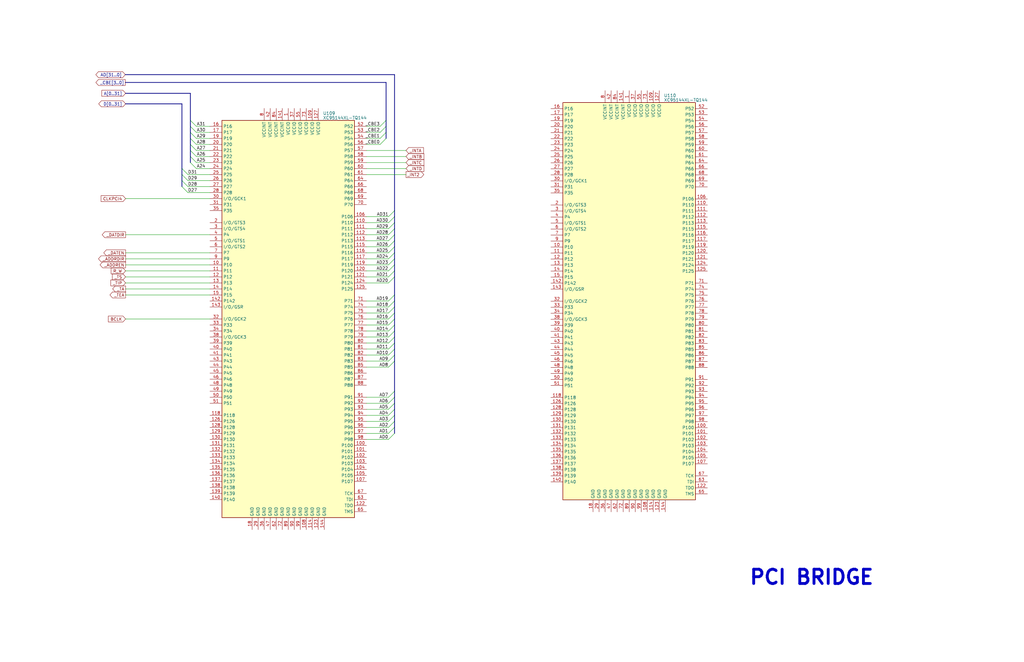
<source format=kicad_sch>
(kicad_sch (version 20230121) (generator eeschema)
  (paper "B")
  (title_block (title "AMIGA PCI") (date "2023-05-28") (rev "1"))
  (lib_symbols
    (symbol "CPLD_Xilinx:XC95144XL-TQ144"
      (property "Reference" "U" (at -27.94 85.09 0))
      (property "Value" "XC95144XL-TQ144" (at -27.94 -85.09 0))
      (symbol "XC95144XL-TQ144_1_1"
        (rectangle (start -27.94 83.82) (end 27.94 -83.82) (stroke (width 0.254)) (fill (type background)))
        (pin power_in line (at 0 88.9 270) (length 5.08) (name "VCCIO") (number "1"))
        (pin bidirectional line (at -33.02 22.86 0) (length 5.08) (name "P10") (number "10"))
        (pin bidirectional line (at 33.02 -53.34 180) (length 5.08) (name "P100") (number "100"))
        (pin bidirectional line (at 33.02 -55.88 180) (length 5.08) (name "P101") (number "101"))
        (pin bidirectional line (at 33.02 -58.42 180) (length 5.08) (name "P102") (number "102"))
        (pin bidirectional line (at 33.02 -60.96 180) (length 5.08) (name "P103") (number "103"))
        (pin bidirectional line (at 33.02 -63.5 180) (length 5.08) (name "P104") (number "104"))
        (pin bidirectional line (at 33.02 -66.04 180) (length 5.08) (name "P105") (number "105"))
        (pin bidirectional line (at 33.02 43.18 180) (length 5.08) (name "P106") (number "106"))
        (pin bidirectional line (at 33.02 -68.58 180) (length 5.08) (name "P107") (number "107"))
        (pin power_in line (at 7.62 -88.9 90) (length 5.08) (name "GND") (number "108"))
        (pin power_in line (at 10.16 88.9 270) (length 5.08) (name "VCCIO") (number "109"))
        (pin bidirectional line (at -33.02 20.32 0) (length 5.08) (name "P11") (number "11"))
        (pin bidirectional line (at 33.02 40.64 180) (length 5.08) (name "P110") (number "110"))
        (pin bidirectional line (at 33.02 38.1 180) (length 5.08) (name "P111") (number "111"))
        (pin bidirectional line (at 33.02 35.56 180) (length 5.08) (name "P112") (number "112"))
        (pin bidirectional line (at 33.02 33.02 180) (length 5.08) (name "P113") (number "113"))
        (pin power_in line (at 10.16 -88.9 90) (length 5.08) (name "GND") (number "114"))
        (pin bidirectional line (at 33.02 30.48 180) (length 5.08) (name "P115") (number "115"))
        (pin bidirectional line (at 33.02 27.94 180) (length 5.08) (name "P116") (number "116"))
        (pin bidirectional line (at 33.02 25.4 180) (length 5.08) (name "P117") (number "117"))
        (pin bidirectional line (at -33.02 -40.64 0) (length 5.08) (name "P118") (number "118"))
        (pin bidirectional line (at 33.02 22.86 180) (length 5.08) (name "P119") (number "119"))
        (pin bidirectional line (at -33.02 17.78 0) (length 5.08) (name "P12") (number "12"))
        (pin bidirectional line (at 33.02 20.32 180) (length 5.08) (name "P120") (number "120"))
        (pin bidirectional line (at 33.02 17.78 180) (length 5.08) (name "P121") (number "121"))
        (pin bidirectional line (at 33.02 -78.74 180) (length 5.08) (name "TDO") (number "122"))
        (pin power_in line (at 12.7 -88.9 90) (length 5.08) (name "GND") (number "123"))
        (pin bidirectional line (at 33.02 15.24 180) (length 5.08) (name "P124") (number "124"))
        (pin bidirectional line (at 33.02 12.7 180) (length 5.08) (name "P125") (number "125"))
        (pin bidirectional line (at -33.02 -43.18 0) (length 5.08) (name "P126") (number "126"))
        (pin power_in line (at 12.7 88.9 270) (length 5.08) (name "VCCIO") (number "127"))
        (pin bidirectional line (at -33.02 -45.72 0) (length 5.08) (name "P128") (number "128"))
        (pin bidirectional line (at -33.02 -48.26 0) (length 5.08) (name "P129") (number "129"))
        (pin bidirectional line (at -33.02 15.24 0) (length 5.08) (name "P13") (number "13"))
        (pin bidirectional line (at -33.02 -50.8 0) (length 5.08) (name "P130") (number "130"))
        (pin bidirectional line (at -33.02 -53.34 0) (length 5.08) (name "P131") (number "131"))
        (pin bidirectional line (at -33.02 -55.88 0) (length 5.08) (name "P132") (number "132"))
        (pin bidirectional line (at -33.02 -58.42 0) (length 5.08) (name "P133") (number "133"))
        (pin bidirectional line (at -33.02 -60.96 0) (length 5.08) (name "P134") (number "134"))
        (pin bidirectional line (at -33.02 -63.5 0) (length 5.08) (name "P135") (number "135"))
        (pin bidirectional line (at -33.02 -66.04 0) (length 5.08) (name "P136") (number "136"))
        (pin bidirectional line (at -33.02 -68.58 0) (length 5.08) (name "P137") (number "137"))
        (pin bidirectional line (at -33.02 -71.12 0) (length 5.08) (name "P138") (number "138"))
        (pin bidirectional line (at -33.02 -73.66 0) (length 5.08) (name "P139") (number "139"))
        (pin bidirectional line (at -33.02 12.7 0) (length 5.08) (name "P14") (number "14"))
        (pin bidirectional line (at -33.02 -76.2 0) (length 5.08) (name "P140") (number "140"))
        (pin power_in line (at -2.54 88.9 270) (length 5.08) (name "VCCINT") (number "141"))
        (pin bidirectional line (at -33.02 7.62 0) (length 5.08) (name "P142") (number "142"))
        (pin bidirectional line (at -33.02 5.08 0) (length 5.08) (name "I/O/GSR") (number "143"))
        (pin power_in line (at 15.24 -88.9 90) (length 5.08) (name "GND") (number "144"))
        (pin bidirectional line (at -33.02 10.16 0) (length 5.08) (name "P15") (number "15"))
        (pin bidirectional line (at -33.02 81.28 0) (length 5.08) (name "P16") (number "16"))
        (pin bidirectional line (at -33.02 78.74 0) (length 5.08) (name "P17") (number "17"))
        (pin power_in line (at -15.24 -88.9 90) (length 5.08) (name "GND") (number "18"))
        (pin bidirectional line (at -33.02 76.2 0) (length 5.08) (name "P19") (number "19"))
        (pin bidirectional line (at -33.02 40.64 0) (length 5.08) (name "I/O/GTS3") (number "2"))
        (pin bidirectional line (at -33.02 73.66 0) (length 5.08) (name "P20") (number "20"))
        (pin bidirectional line (at -33.02 71.12 0) (length 5.08) (name "P21") (number "21"))
        (pin bidirectional line (at -33.02 68.58 0) (length 5.08) (name "P22") (number "22"))
        (pin bidirectional line (at -33.02 66.04 0) (length 5.08) (name "P23") (number "23"))
        (pin bidirectional line (at -33.02 63.5 0) (length 5.08) (name "P24") (number "24"))
        (pin bidirectional line (at -33.02 60.96 0) (length 5.08) (name "P25") (number "25"))
        (pin bidirectional line (at -33.02 58.42 0) (length 5.08) (name "P26") (number "26"))
        (pin bidirectional line (at -33.02 55.88 0) (length 5.08) (name "P27") (number "27"))
        (pin bidirectional line (at -33.02 53.34 0) (length 5.08) (name "P28") (number "28"))
        (pin power_in line (at -12.7 -88.9 90) (length 5.08) (name "GND") (number "29"))
        (pin bidirectional line (at -33.02 38.1 0) (length 5.08) (name "I/O/GTS4") (number "3"))
        (pin bidirectional line (at -33.02 50.8 0) (length 5.08) (name "I/O/GCK1") (number "30"))
        (pin bidirectional line (at -33.02 48.26 0) (length 5.08) (name "P31") (number "31"))
        (pin bidirectional line (at -33.02 0 0) (length 5.08) (name "I/O/GCK2") (number "32"))
        (pin bidirectional line (at -33.02 -2.54 0) (length 5.08) (name "P33") (number "33"))
        (pin bidirectional line (at -33.02 -5.08 0) (length 5.08) (name "P34") (number "34"))
        (pin bidirectional line (at -33.02 45.72 0) (length 5.08) (name "P35") (number "35"))
        (pin power_in line (at -10.16 -88.9 90) (length 5.08) (name "GND") (number "36"))
        (pin power_in line (at 2.54 88.9 270) (length 5.08) (name "VCCIO") (number "37"))
        (pin bidirectional line (at -33.02 -7.62 0) (length 5.08) (name "I/O/GCK3") (number "38"))
        (pin bidirectional line (at -33.02 -10.16 0) (length 5.08) (name "P39") (number "39"))
        (pin bidirectional line (at -33.02 35.56 0) (length 5.08) (name "P4") (number "4"))
        (pin bidirectional line (at -33.02 -12.7 0) (length 5.08) (name "P40") (number "40"))
        (pin bidirectional line (at -33.02 -15.24 0) (length 5.08) (name "P41") (number "41"))
        (pin power_in line (at -7.62 88.9 270) (length 5.08) (name "VCCINT") (number "42"))
        (pin bidirectional line (at -33.02 -17.78 0) (length 5.08) (name "P43") (number "43"))
        (pin bidirectional line (at -33.02 -20.32 0) (length 5.08) (name "P44") (number "44"))
        (pin bidirectional line (at -33.02 -22.86 0) (length 5.08) (name "P45") (number "45"))
        (pin bidirectional line (at -33.02 -25.4 0) (length 5.08) (name "P46") (number "46"))
        (pin power_in line (at -7.62 -88.9 90) (length 5.08) (name "GND") (number "47"))
        (pin bidirectional line (at -33.02 -27.94 0) (length 5.08) (name "P48") (number "48"))
        (pin bidirectional line (at -33.02 -30.48 0) (length 5.08) (name "P49") (number "49"))
        (pin bidirectional line (at -33.02 33.02 0) (length 5.08) (name "I/O/GTS1") (number "5"))
        (pin bidirectional line (at -33.02 -33.02 0) (length 5.08) (name "P50") (number "50"))
        (pin bidirectional line (at -33.02 -35.56 0) (length 5.08) (name "P51") (number "51"))
        (pin bidirectional line (at 33.02 81.28 180) (length 5.08) (name "P52") (number "52"))
        (pin bidirectional line (at 33.02 78.74 180) (length 5.08) (name "P53") (number "53"))
        (pin bidirectional line (at 33.02 76.2 180) (length 5.08) (name "P54") (number "54"))
        (pin power_in line (at 5.08 88.9 270) (length 5.08) (name "VCCIO") (number "55"))
        (pin bidirectional line (at 33.02 73.66 180) (length 5.08) (name "P56") (number "56"))
        (pin bidirectional line (at 33.02 71.12 180) (length 5.08) (name "P57") (number "57"))
        (pin bidirectional line (at 33.02 68.58 180) (length 5.08) (name "P58") (number "58"))
        (pin bidirectional line (at 33.02 66.04 180) (length 5.08) (name "P59") (number "59"))
        (pin bidirectional line (at -33.02 30.48 0) (length 5.08) (name "I/O/GTS2") (number "6"))
        (pin bidirectional line (at 33.02 63.5 180) (length 5.08) (name "P60") (number "60"))
        (pin bidirectional line (at 33.02 60.96 180) (length 5.08) (name "P61") (number "61"))
        (pin power_in line (at -5.08 -88.9 90) (length 5.08) (name "GND") (number "62"))
        (pin bidirectional line (at 33.02 -76.2 180) (length 5.08) (name "TDI") (number "63"))
        (pin bidirectional line (at 33.02 58.42 180) (length 5.08) (name "P64") (number "64"))
        (pin bidirectional line (at 33.02 -81.28 180) (length 5.08) (name "TMS") (number "65"))
        (pin bidirectional line (at 33.02 55.88 180) (length 5.08) (name "P66") (number "66"))
        (pin bidirectional line (at 33.02 -73.66 180) (length 5.08) (name "TCK") (number "67"))
        (pin bidirectional line (at 33.02 53.34 180) (length 5.08) (name "P68") (number "68"))
        (pin bidirectional line (at 33.02 50.8 180) (length 5.08) (name "P69") (number "69"))
        (pin bidirectional line (at -33.02 27.94 0) (length 5.08) (name "P7") (number "7"))
        (pin bidirectional line (at 33.02 48.26 180) (length 5.08) (name "P70") (number "70"))
        (pin bidirectional line (at 33.02 7.62 180) (length 5.08) (name "P71") (number "71"))
        (pin power_in line (at -2.54 -88.9 90) (length 5.08) (name "GND") (number "72"))
        (pin power_in line (at 7.62 88.9 270) (length 5.08) (name "VCCIO") (number "73"))
        (pin bidirectional line (at 33.02 5.08 180) (length 5.08) (name "P74") (number "74"))
        (pin bidirectional line (at 33.02 2.54 180) (length 5.08) (name "P75") (number "75"))
        (pin bidirectional line (at 33.02 0 180) (length 5.08) (name "P76") (number "76"))
        (pin bidirectional line (at 33.02 -2.54 180) (length 5.08) (name "P77") (number "77"))
        (pin bidirectional line (at 33.02 -5.08 180) (length 5.08) (name "P78") (number "78"))
        (pin bidirectional line (at 33.02 -7.62 180) (length 5.08) (name "P79") (number "79"))
        (pin power_in line (at -10.16 88.9 270) (length 5.08) (name "VCCINT") (number "8"))
        (pin bidirectional line (at 33.02 -10.16 180) (length 5.08) (name "P80") (number "80"))
        (pin bidirectional line (at 33.02 -12.7 180) (length 5.08) (name "P81") (number "81"))
        (pin bidirectional line (at 33.02 -15.24 180) (length 5.08) (name "P82") (number "82"))
        (pin bidirectional line (at 33.02 -17.78 180) (length 5.08) (name "P83") (number "83"))
        (pin power_in line (at -5.08 88.9 270) (length 5.08) (name "VCCINT") (number "84"))
        (pin bidirectional line (at 33.02 -20.32 180) (length 5.08) (name "P85") (number "85"))
        (pin bidirectional line (at 33.02 -22.86 180) (length 5.08) (name "P86") (number "86"))
        (pin bidirectional line (at 33.02 -25.4 180) (length 5.08) (name "P87") (number "87"))
        (pin bidirectional line (at 33.02 -27.94 180) (length 5.08) (name "P88") (number "88"))
        (pin power_in line (at 0 -88.9 90) (length 5.08) (name "GND") (number "89"))
        (pin bidirectional line (at -33.02 25.4 0) (length 5.08) (name "P9") (number "9"))
        (pin power_in line (at 2.54 -88.9 90) (length 5.08) (name "GND") (number "90"))
        (pin bidirectional line (at 33.02 -33.02 180) (length 5.08) (name "P91") (number "91"))
        (pin bidirectional line (at 33.02 -35.56 180) (length 5.08) (name "P92") (number "92"))
        (pin bidirectional line (at 33.02 -38.1 180) (length 5.08) (name "P93") (number "93"))
        (pin bidirectional line (at 33.02 -40.64 180) (length 5.08) (name "P94") (number "94"))
        (pin bidirectional line (at 33.02 -43.18 180) (length 5.08) (name "P95") (number "95"))
        (pin bidirectional line (at 33.02 -45.72 180) (length 5.08) (name "P96") (number "96"))
        (pin bidirectional line (at 33.02 -48.26 180) (length 5.08) (name "P97") (number "97"))
        (pin bidirectional line (at 33.02 -50.8 180) (length 5.08) (name "P98") (number "98"))
        (pin power_in line (at 5.08 -88.9 90) (length 5.08) (name "GND") (number "99"))
      )
    )
  )
  (bus_entry (at 166.37 132.08) (size -2.54 2.54))
  (bus_entry (at 166.37 144.78) (size -2.54 2.54))
  (bus_entry (at 76.708 78.74) (size 2.54 2.54))
  (bus_entry (at 76.708 71.12) (size 2.54 2.54))
  (bus_entry (at 166.37 170.18) (size -2.54 2.54))
  (bus_entry (at 166.37 104.14) (size -2.54 2.54))
  (bus_entry (at 80.264 68.58) (size 2.54 2.54))
  (bus_entry (at 166.37 93.98) (size -2.54 2.54))
  (bus_entry (at 80.264 58.42) (size 2.54 2.54))
  (bus_entry (at 166.37 101.6) (size -2.54 2.54))
  (bus_entry (at 166.37 142.24) (size -2.54 2.54))
  (bus_entry (at 166.37 124.46) (size -2.54 2.54))
  (bus_entry (at 166.37 165.1) (size -2.54 2.54))
  (bus_entry (at 166.37 91.44) (size -2.54 2.54))
  (bus_entry (at 166.37 175.26) (size -2.54 2.54))
  (bus_entry (at 166.37 147.32) (size -2.54 2.54))
  (bus_entry (at 166.37 177.8) (size -2.54 2.54))
  (bus_entry (at 166.37 129.54) (size -2.54 2.54))
  (bus_entry (at 166.37 149.86) (size -2.54 2.54))
  (bus_entry (at 80.264 55.88) (size 2.54 2.54))
  (bus_entry (at 166.37 139.7) (size -2.54 2.54))
  (bus_entry (at 166.37 116.84) (size -2.54 2.54))
  (bus_entry (at 162.814 58.42) (size -2.54 2.54))
  (bus_entry (at 166.37 96.52) (size -2.54 2.54))
  (bus_entry (at 166.37 109.22) (size -2.54 2.54))
  (bus_entry (at 166.37 88.9) (size -2.54 2.54))
  (bus_entry (at 166.37 134.62) (size -2.54 2.54))
  (bus_entry (at 166.37 137.16) (size -2.54 2.54))
  (bus_entry (at 166.37 114.3) (size -2.54 2.54))
  (bus_entry (at 166.37 180.34) (size -2.54 2.54))
  (bus_entry (at 80.264 63.5) (size 2.54 2.54))
  (bus_entry (at 76.708 76.2) (size 2.54 2.54))
  (bus_entry (at 166.37 127) (size -2.54 2.54))
  (bus_entry (at 166.37 182.88) (size -2.54 2.54))
  (bus_entry (at 166.37 99.06) (size -2.54 2.54))
  (bus_entry (at 162.814 50.8) (size -2.54 2.54))
  (bus_entry (at 80.264 66.04) (size 2.54 2.54))
  (bus_entry (at 166.37 167.64) (size -2.54 2.54))
  (bus_entry (at 166.37 111.76) (size -2.54 2.54))
  (bus_entry (at 166.37 172.72) (size -2.54 2.54))
  (bus_entry (at 76.708 73.66) (size 2.54 2.54))
  (bus_entry (at 166.37 106.68) (size -2.54 2.54))
  (bus_entry (at 162.814 55.88) (size -2.54 2.54))
  (bus_entry (at 80.264 50.8) (size 2.54 2.54))
  (bus_entry (at 166.37 152.4) (size -2.54 2.54))
  (bus_entry (at 162.814 53.34) (size -2.54 2.54))
  (bus_entry (at 80.264 53.34) (size 2.54 2.54))
  (bus_entry (at 80.264 60.96) (size 2.54 2.54))
  (wire (pts (xy 163.83 91.44) (xy 154.559 91.44)))
  (bus (pts (xy 166.37 152.4) (xy 166.37 149.86)))
  (wire (pts (xy 163.83 99.06) (xy 154.559 99.06)))
  (bus (pts (xy 166.37 99.06) (xy 166.37 96.52)))
  (wire (pts (xy 82.804 71.12) (xy 88.519 71.12)))
  (wire (pts (xy 163.83 167.64) (xy 154.559 167.64)))
  (wire (pts (xy 163.83 144.78) (xy 154.559 144.78)))
  (wire (pts (xy 163.83 101.6) (xy 154.559 101.6)))
  (bus (pts (xy 166.37 88.9) (xy 166.37 31.496)))
  (bus (pts (xy 166.37 137.16) (xy 166.37 134.62)))
  (wire (pts (xy 163.83 111.76) (xy 154.559 111.76)))
  (bus (pts (xy 166.37 139.7) (xy 166.37 137.16)))
  (bus (pts (xy 52.959 43.815) (xy 76.708 43.815)))
  (wire (pts (xy 163.83 127) (xy 154.559 127)))
  (wire (pts (xy 160.274 58.42) (xy 154.559 58.42)))
  (wire (pts (xy 154.559 71.12) (xy 171.196 71.12)))
  (wire (pts (xy 163.83 182.88) (xy 154.559 182.88)))
  (bus (pts (xy 166.37 116.84) (xy 166.37 114.3)))
  (bus (pts (xy 166.37 104.14) (xy 166.37 101.6)))
  (bus (pts (xy 166.37 167.64) (xy 166.37 165.1)))
  (bus (pts (xy 166.37 109.22) (xy 166.37 106.68)))
  (wire (pts (xy 163.83 177.8) (xy 154.559 177.8)))
  (bus (pts (xy 166.37 177.8) (xy 166.37 175.26)))
  (wire (pts (xy 163.83 170.18) (xy 154.559 170.18)))
  (wire (pts (xy 163.83 114.3) (xy 154.559 114.3)))
  (bus (pts (xy 166.37 106.68) (xy 166.37 104.14)))
  (wire (pts (xy 52.959 99.06) (xy 88.519 99.06)))
  (bus (pts (xy 166.37 149.86) (xy 166.37 147.32)))
  (wire (pts (xy 163.83 119.38) (xy 154.559 119.38)))
  (bus (pts (xy 76.708 71.12) (xy 76.708 73.66)))
  (wire (pts (xy 82.804 66.04) (xy 88.519 66.04)))
  (bus (pts (xy 166.37 165.1) (xy 166.37 152.4)))
  (bus (pts (xy 52.832 34.798) (xy 162.814 34.798)))
  (bus (pts (xy 80.264 55.88) (xy 80.264 53.34)))
  (wire (pts (xy 163.83 172.72) (xy 154.559 172.72)))
  (bus (pts (xy 80.264 39.37) (xy 80.264 50.8)))
  (wire (pts (xy 163.83 175.26) (xy 154.559 175.26)))
  (wire (pts (xy 52.959 124.46) (xy 88.519 124.46)))
  (bus (pts (xy 166.37 172.72) (xy 166.37 170.18)))
  (wire (pts (xy 160.274 60.96) (xy 154.559 60.96)))
  (wire (pts (xy 52.959 121.92) (xy 88.519 121.92)))
  (bus (pts (xy 76.708 73.66) (xy 76.708 76.2)))
  (bus (pts (xy 166.37 96.52) (xy 166.37 93.98)))
  (wire (pts (xy 163.83 116.84) (xy 154.559 116.84)))
  (wire (pts (xy 163.83 152.4) (xy 154.559 152.4)))
  (wire (pts (xy 52.959 134.62) (xy 88.519 134.62)))
  (bus (pts (xy 166.37 101.6) (xy 166.37 99.06)))
  (wire (pts (xy 154.559 63.5) (xy 171.196 63.5)))
  (bus (pts (xy 162.814 58.42) (xy 162.814 55.88)))
  (wire (pts (xy 82.804 68.58) (xy 88.519 68.58)))
  (bus (pts (xy 166.37 134.62) (xy 166.37 132.08)))
  (bus (pts (xy 166.37 180.34) (xy 166.37 177.8)))
  (bus (pts (xy 162.814 55.88) (xy 162.814 53.34)))
  (wire (pts (xy 163.83 139.7) (xy 154.559 139.7)))
  (bus (pts (xy 80.264 60.96) (xy 80.264 58.42)))
  (wire (pts (xy 163.83 154.94) (xy 154.559 154.94)))
  (bus (pts (xy 166.37 147.32) (xy 166.37 144.78)))
  (wire (pts (xy 82.804 55.88) (xy 88.519 55.88)))
  (wire (pts (xy 154.559 66.04) (xy 171.196 66.04)))
  (bus (pts (xy 166.37 144.78) (xy 166.37 142.24)))
  (bus (pts (xy 80.264 53.34) (xy 80.264 50.8)))
  (wire (pts (xy 163.83 132.08) (xy 154.559 132.08)))
  (bus (pts (xy 166.37 127) (xy 166.37 124.46)))
  (bus (pts (xy 52.959 39.37) (xy 80.264 39.37)))
  (wire (pts (xy 52.959 119.38) (xy 88.519 119.38)))
  (wire (pts (xy 79.248 73.66) (xy 88.519 73.66)))
  (wire (pts (xy 82.804 58.42) (xy 88.519 58.42)))
  (bus (pts (xy 52.832 31.496) (xy 166.37 31.496)))
  (wire (pts (xy 52.959 109.22) (xy 88.519 109.22)))
  (wire (pts (xy 163.83 149.86) (xy 154.559 149.86)))
  (wire (pts (xy 163.83 93.98) (xy 154.559 93.98)))
  (bus (pts (xy 80.264 58.42) (xy 80.264 55.88)))
  (bus (pts (xy 166.37 175.26) (xy 166.37 172.72)))
  (wire (pts (xy 163.83 134.62) (xy 154.559 134.62)))
  (bus (pts (xy 162.814 53.34) (xy 162.814 50.8)))
  (bus (pts (xy 166.37 91.44) (xy 166.37 88.9)))
  (wire (pts (xy 163.83 137.16) (xy 154.559 137.16)))
  (bus (pts (xy 166.37 124.46) (xy 166.37 116.84)))
  (wire (pts (xy 79.248 78.74) (xy 88.519 78.74)))
  (wire (pts (xy 82.804 53.34) (xy 88.519 53.34)))
  (wire (pts (xy 163.83 185.42) (xy 154.559 185.42)))
  (wire (pts (xy 52.959 106.68) (xy 88.519 106.68)))
  (bus (pts (xy 166.37 132.08) (xy 166.37 129.54)))
  (bus (pts (xy 166.37 142.24) (xy 166.37 139.7)))
  (wire (pts (xy 163.83 104.14) (xy 154.559 104.14)))
  (wire (pts (xy 160.274 53.34) (xy 154.559 53.34)))
  (bus (pts (xy 166.37 111.76) (xy 166.37 109.22)))
  (wire (pts (xy 79.248 76.2) (xy 88.519 76.2)))
  (bus (pts (xy 166.37 114.3) (xy 166.37 111.76)))
  (bus (pts (xy 76.708 43.815) (xy 76.708 71.12)))
  (wire (pts (xy 163.83 142.24) (xy 154.559 142.24)))
  (wire (pts (xy 163.83 106.68) (xy 154.559 106.68)))
  (bus (pts (xy 80.264 66.04) (xy 80.264 63.5)))
  (wire (pts (xy 52.959 111.76) (xy 88.519 111.76)))
  (bus (pts (xy 162.814 50.8) (xy 162.814 34.798)))
  (wire (pts (xy 163.83 109.22) (xy 154.559 109.22)))
  (wire (pts (xy 163.83 147.32) (xy 154.559 147.32)))
  (wire (pts (xy 82.804 63.5) (xy 88.519 63.5)))
  (bus (pts (xy 166.37 93.98) (xy 166.37 91.44)))
  (wire (pts (xy 163.83 129.54) (xy 154.559 129.54)))
  (bus (pts (xy 80.264 63.5) (xy 80.264 60.96)))
  (wire (pts (xy 52.959 83.82) (xy 88.519 83.82)))
  (bus (pts (xy 76.708 76.2) (xy 76.708 78.74)))
  (wire (pts (xy 154.559 73.66) (xy 171.196 73.66)))
  (wire (pts (xy 79.248 81.28) (xy 88.519 81.28)))
  (bus (pts (xy 166.37 182.88) (xy 166.37 180.34)))
  (bus (pts (xy 80.264 68.58) (xy 80.264 66.04)))
  (wire (pts (xy 163.83 180.34) (xy 154.559 180.34)))
  (wire (pts (xy 163.83 96.52) (xy 154.559 96.52)))
  (wire (pts (xy 154.559 68.58) (xy 171.196 68.58)))
  (wire (pts (xy 52.959 116.84) (xy 88.519 116.84)))
  (bus (pts (xy 166.37 170.18) (xy 166.37 167.64)))
  (bus (pts (xy 166.37 129.54) (xy 166.37 127)))
  (wire (pts (xy 82.804 60.96) (xy 88.519 60.96)))
  (wire (pts (xy 52.959 114.3) (xy 88.519 114.3)))
  (wire (pts (xy 160.274 55.88) (xy 154.559 55.88)))
  (text "PCI BRIDGE" (at 315.595 247.269 0) (effects (font (size 6 6) bold) (justify left bottom)))
  (label "A30" (at 82.931 55.88 0))
  (label "AD6" (at 163.703 170.18 180))
  (label "AD3" (at 163.703 177.8 180))
  (label "AD15" (at 163.703 137.16 180))
  (label "A25" (at 82.931 68.58 0))
  (label "AD29" (at 163.703 96.52 180))
  (label "AD18" (at 163.703 129.54 180))
  (label "AD24" (at 163.703 109.22 180))
  (label "A27" (at 82.931 63.5 0))
  (label "_CBE2" (at 160.147 55.88 180))
  (label "_CBE0" (at 160.147 60.96 180))
  (label "AD5" (at 163.703 172.72 180))
  (label "AD12" (at 163.703 144.78 180))
  (label "AD0" (at 163.703 185.42 180))
  (label "AD27" (at 163.703 101.6 180))
  (label "AD28" (at 163.703 99.06 180))
  (label "A24" (at 82.931 71.12 0))
  (label "D28" (at 79.248 78.74 0))
  (label "AD9" (at 163.703 152.4 180))
  (label "A26" (at 82.931 66.04 0))
  (label "AD13" (at 163.703 142.24 180))
  (label "AD20" (at 163.703 119.38 180))
  (label "A28" (at 82.931 60.96 0))
  (label "AD11" (at 163.703 147.32 180))
  (label "AD1" (at 163.703 182.88 180))
  (label "AD19" (at 163.703 127 180))
  (label "AD30" (at 163.703 93.98 180))
  (label "AD25" (at 163.703 106.68 180))
  (label "AD26" (at 163.703 104.14 180))
  (label "D31" (at 79.248 73.66 0))
  (label "A29" (at 82.931 58.42 0))
  (label "AD2" (at 163.703 180.34 180))
  (label "D27" (at 79.248 81.28 0))
  (label "AD23" (at 163.703 111.76 180))
  (label "AD8" (at 163.703 154.94 180))
  (label "AD7" (at 163.703 167.64 180))
  (label "AD14" (at 163.703 139.7 180))
  (label "AD22" (at 163.703 114.3 180))
  (label "AD16" (at 163.703 134.62 180))
  (label "A31" (at 82.931 53.34 0))
  (label "_CBE3" (at 160.147 53.34 180))
  (label "AD31" (at 163.83 91.44 180))
  (label "AD21" (at 163.703 116.84 180))
  (label "AD10" (at 163.703 149.86 180))
  (label "AD17" (at 163.703 132.08 180))
  (label "AD4" (at 163.703 175.26 180))
  (label "_CBE1" (at 160.147 58.42 180))
  (label "D29" (at 79.248 76.2 0))
  (global_label "A[0..31]" (shape input) (at 52.959 39.37 180) (property "Intersheetrefs" "${INTERSHEET_REFS}" (at 42.4331 39.37 0) (effects (justify right))))
  (global_label "_ADDREN" (shape output) (at 52.959 111.76 180) (property "Intersheetrefs" "${INTERSHEET_REFS}" (at 41.7075 111.76 0) (effects (justify right))))
  (global_label "BCLK" (shape input) (at 52.959 134.62 180) (property "Intersheetrefs" "${INTERSHEET_REFS}" (at 45.2151 134.62 0) (effects (justify right))))
  (global_label "_INTD" (shape input) (at 171.196 71.12 0) (property "Intersheetrefs" "${INTERSHEET_REFS}" (at 179.2423 71.12 0) (effects (justify left))))
  (global_label "AD[31..0]" (shape bidirectional) (at 52.832 31.496 180) (property "Intersheetrefs" "${INTERSHEET_REFS}" (at 39.9248 31.496 0) (effects (justify right))))
  (global_label "_TIP" (shape input) (at 52.959 119.38 180) (property "Intersheetrefs" "${INTERSHEET_REFS}" (at 46.2432 119.38 0) (effects (justify right))))
  (global_label "D[0..31]" (shape bidirectional) (at 52.959 43.815 180) (property "Intersheetrefs" "${INTERSHEET_REFS}" (at 41.1404 43.815 0) (effects (justify right))))
  (global_label "R_W" (shape input) (at 52.959 114.3 180) (property "Intersheetrefs" "${INTERSHEET_REFS}" (at 46.3642 114.3 0) (effects (justify right))))
  (global_label "_INTA" (shape input) (at 171.196 63.5 0) (property "Intersheetrefs" "${INTERSHEET_REFS}" (at 179.0609 63.5 0) (effects (justify left))))
  (global_label "_DATEN" (shape output) (at 52.959 106.68 180) (property "Intersheetrefs" "${INTERSHEET_REFS}" (at 43.2799 106.68 0) (effects (justify right))))
  (global_label "_CBE[3..0]" (shape output) (at 52.832 34.798 180) (property "Intersheetrefs" "${INTERSHEET_REFS}" (at 39.9476 34.798 0) (effects (justify right))))
  (global_label "_ADDRDIR" (shape output) (at 52.959 109.22 180) (property "Intersheetrefs" "${INTERSHEET_REFS}" (at 41.0422 109.22 0) (effects (justify right))))
  (global_label "_INTC" (shape input) (at 171.196 68.58 0) (property "Intersheetrefs" "${INTERSHEET_REFS}" (at 179.2423 68.58 0) (effects (justify left))))
  (global_label "CLKPCI4" (shape input) (at 52.959 83.82 180) (property "Intersheetrefs" "${INTERSHEET_REFS}" (at 42.1308 83.82 0) (effects (justify right))))
  (global_label "_TA" (shape output) (at 52.959 121.92 180) (property "Intersheetrefs" "${INTERSHEET_REFS}" (at 47.0294 121.92 0) (effects (justify right))))
  (global_label "_INT2" (shape output) (at 171.196 73.66 0) (property "Intersheetrefs" "${INTERSHEET_REFS}" (at 179.1818 73.66 0) (effects (justify left))))
  (global_label "_DATDIR" (shape output) (at 52.959 99.06 180) (property "Intersheetrefs" "${INTERSHEET_REFS}" (at 42.6146 99.06 0) (effects (justify right))))
  (global_label "_TS" (shape input) (at 52.959 116.84 180) (property "Intersheetrefs" "${INTERSHEET_REFS}" (at 46.9085 116.84 0) (effects (justify right))))
  (global_label "_INTB" (shape input) (at 171.196 66.04 0) (property "Intersheetrefs" "${INTERSHEET_REFS}" (at 179.2423 66.04 0) (effects (justify left))))
  (global_label "_TEA" (shape output) (at 52.959 124.46 180) (property "Intersheetrefs" "${INTERSHEET_REFS}" (at 45.8804 124.46 0) (effects (justify right))))
  (symbol (lib_id "CPLD_Xilinx:XC95144XL-TQ144") (at 121.539 134.62 0) (unit 1)
    (property "Reference" "U109" (at 136.1949 47.7901 0) (effects (justify left)))
    (property "Value" "XC95144XL-TQ144" (at 136.1949 49.7111 0) (effects (justify left)))
    (property "Footprint" "Package_QFP:TQFP-144_20x20mm_P0.5mm" (effects hide))
    (property "Datasheet" "https://www.xilinx.com/support/documentation/data_sheets/ds056.pdf" (effects hide))
  )
  (symbol (lib_id "CPLD_Xilinx:XC95144XL-TQ144") (at 265.303 127.127 0) (unit 1)
    (property "Reference" "U110" (at 279.9589 40.2971 0) (effects (justify left)))
    (property "Value" "XC95144XL-TQ144" (at 279.9589 42.2181 0) (effects (justify left)))
    (property "Footprint" "Package_QFP:TQFP-144_20x20mm_P0.5mm" (effects hide))
    (property "Datasheet" "https://www.xilinx.com/support/documentation/data_sheets/ds056.pdf" (effects hide))
  )
)
</source>
